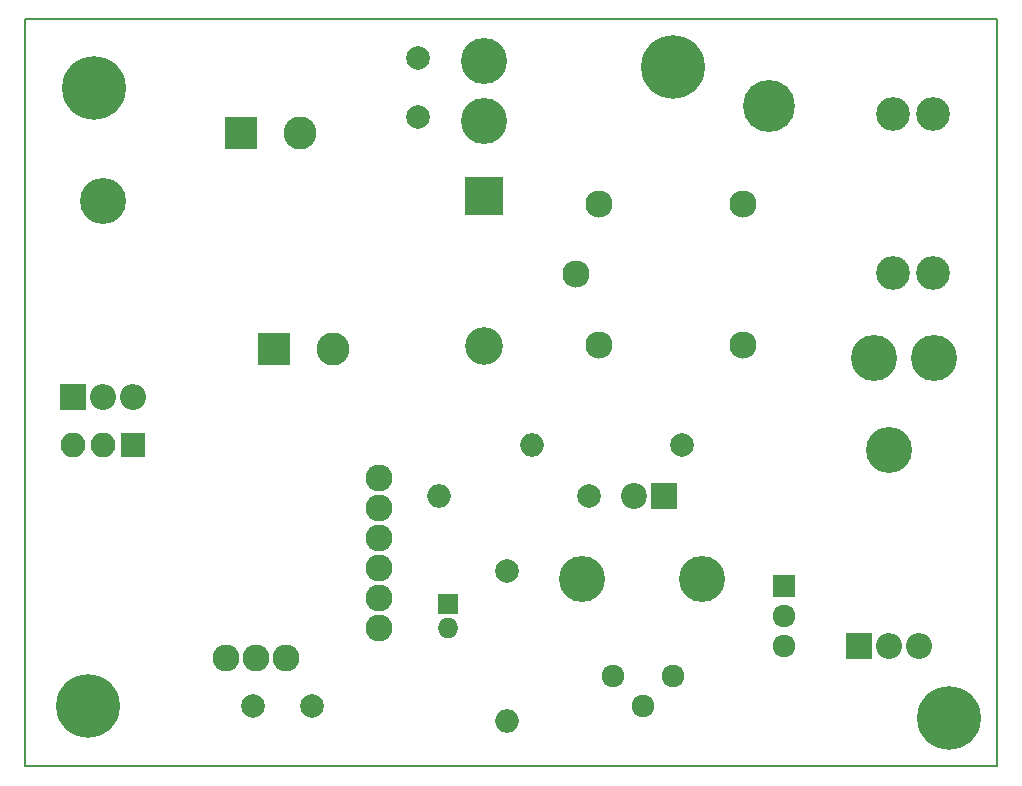
<source format=gbr>
G04 #@! TF.FileFunction,Soldermask,Bot*
%FSLAX46Y46*%
G04 Gerber Fmt 4.6, Leading zero omitted, Abs format (unit mm)*
G04 Created by KiCad (PCBNEW 4.0.4-stable) date 04/25/17 22:02:41*
%MOMM*%
%LPD*%
G01*
G04 APERTURE LIST*
%ADD10C,0.100000*%
%ADD11C,0.150000*%
%ADD12R,1.750000X1.750000*%
%ADD13O,1.750000X1.750000*%
%ADD14C,5.400000*%
%ADD15C,3.900120*%
%ADD16C,2.000000*%
%ADD17R,2.800000X2.800000*%
%ADD18C,2.800000*%
%ADD19R,2.200000X2.200000*%
%ADD20C,2.200000*%
%ADD21R,3.200000X3.200000*%
%ADD22O,3.200000X3.200000*%
%ADD23C,2.863800*%
%ADD24O,3.900000X3.900000*%
%ADD25O,2.200000X2.200000*%
%ADD26O,2.000000X2.000000*%
%ADD27C,1.924000*%
%ADD28C,2.300000*%
%ADD29C,2.279600*%
%ADD30C,4.400500*%
%ADD31R,2.100000X2.100000*%
%ADD32O,2.100000X2.100000*%
%ADD33C,1.920000*%
%ADD34R,1.920000X1.920000*%
G04 APERTURE END LIST*
D10*
D11*
X183896000Y-128016000D02*
X183896000Y-64770000D01*
X101600000Y-128016000D02*
X101600000Y-64770000D01*
X183896000Y-128016000D02*
X101600000Y-128016000D01*
X101600000Y-64770000D02*
X183896000Y-64770000D01*
D12*
X137414000Y-114300000D03*
D13*
X137414000Y-116300000D03*
D14*
X156464000Y-68834000D03*
X179832000Y-123952000D03*
X106934000Y-122936000D03*
D15*
X148717000Y-112141000D03*
X158877000Y-112141000D03*
D16*
X125857000Y-122936000D03*
X120857000Y-122936000D03*
D17*
X122682000Y-92710000D03*
D18*
X127682000Y-92710000D03*
D16*
X134874000Y-68072000D03*
X134874000Y-73072000D03*
D17*
X119888000Y-74422000D03*
D18*
X124888000Y-74422000D03*
D19*
X155702000Y-105156000D03*
D20*
X153162000Y-105156000D03*
D21*
X140462000Y-79756000D03*
D22*
X140462000Y-92456000D03*
D15*
X140462000Y-73406000D03*
X140462000Y-68326000D03*
X173482000Y-93472000D03*
X178562000Y-93472000D03*
D23*
X175082200Y-86233000D03*
X178485800Y-86233000D03*
X178485800Y-72771000D03*
X175082200Y-72771000D03*
D24*
X174752000Y-101196000D03*
D19*
X172212000Y-117856000D03*
D25*
X174752000Y-117856000D03*
X177292000Y-117856000D03*
D16*
X142367000Y-111506000D03*
D26*
X142367000Y-124206000D03*
D16*
X149352000Y-105156000D03*
D26*
X136652000Y-105156000D03*
D16*
X157226000Y-100838000D03*
D26*
X144526000Y-100838000D03*
D27*
X156464000Y-120396000D03*
X153924000Y-122936000D03*
X151384000Y-120396000D03*
D28*
X162410000Y-92360000D03*
X148210000Y-86360000D03*
X162410000Y-80360000D03*
X150210000Y-80360000D03*
X150210000Y-92360000D03*
D24*
X108204000Y-80114000D03*
D19*
X105664000Y-96774000D03*
D25*
X108204000Y-96774000D03*
X110744000Y-96774000D03*
D29*
X118618000Y-118872000D03*
X121158000Y-118872000D03*
X123698000Y-118872000D03*
X131572000Y-116332000D03*
X131572000Y-113792000D03*
X131572000Y-111252000D03*
X131572000Y-108712000D03*
X131572000Y-106172000D03*
X131572000Y-103632000D03*
D30*
X164592000Y-72136000D03*
D14*
X107442000Y-70612000D03*
D31*
X110744000Y-100838000D03*
D32*
X108204000Y-100838000D03*
X105664000Y-100838000D03*
D33*
X165862000Y-115316000D03*
X165862000Y-117856000D03*
D34*
X165862000Y-112776000D03*
M02*

</source>
